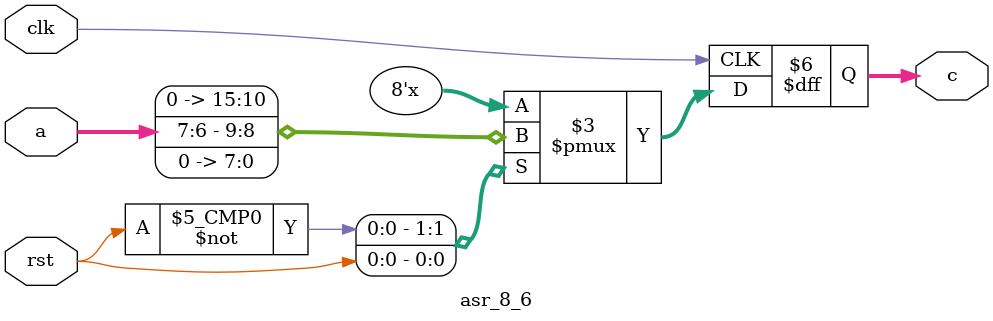
<source format=v>
module asr_8_6(
    a,
    c,
    clk,
    rst
);

input [7:0] a;
input clk, rst;
output [7:0] c;

always @ ( posedge clk )
begin
    case(rst)
        0: c = a >>> 6;
        1: c = 0;
    endcase
end

endmodule

</source>
